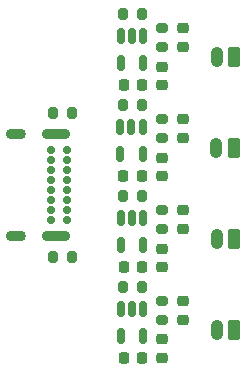
<source format=gts>
G04 #@! TF.GenerationSoftware,KiCad,Pcbnew,7.0.1*
G04 #@! TF.CreationDate,2024-03-07T21:27:50+09:00*
G04 #@! TF.ProjectId,MP2603-array,4d503236-3033-42d6-9172-7261792e6b69,rev?*
G04 #@! TF.SameCoordinates,PX94c5f00PY6bc3e40*
G04 #@! TF.FileFunction,Soldermask,Top*
G04 #@! TF.FilePolarity,Negative*
%FSLAX46Y46*%
G04 Gerber Fmt 4.6, Leading zero omitted, Abs format (unit mm)*
G04 Created by KiCad (PCBNEW 7.0.1) date 2024-03-07 21:27:50*
%MOMM*%
%LPD*%
G01*
G04 APERTURE LIST*
G04 Aperture macros list*
%AMRoundRect*
0 Rectangle with rounded corners*
0 $1 Rounding radius*
0 $2 $3 $4 $5 $6 $7 $8 $9 X,Y pos of 4 corners*
0 Add a 4 corners polygon primitive as box body*
4,1,4,$2,$3,$4,$5,$6,$7,$8,$9,$2,$3,0*
0 Add four circle primitives for the rounded corners*
1,1,$1+$1,$2,$3*
1,1,$1+$1,$4,$5*
1,1,$1+$1,$6,$7*
1,1,$1+$1,$8,$9*
0 Add four rect primitives between the rounded corners*
20,1,$1+$1,$2,$3,$4,$5,0*
20,1,$1+$1,$4,$5,$6,$7,0*
20,1,$1+$1,$6,$7,$8,$9,0*
20,1,$1+$1,$8,$9,$2,$3,0*%
G04 Aperture macros list end*
%ADD10RoundRect,0.225000X-0.250000X0.225000X-0.250000X-0.225000X0.250000X-0.225000X0.250000X0.225000X0*%
%ADD11RoundRect,0.200000X-0.200000X-0.275000X0.200000X-0.275000X0.200000X0.275000X-0.200000X0.275000X0*%
%ADD12RoundRect,0.218750X-0.256250X0.218750X-0.256250X-0.218750X0.256250X-0.218750X0.256250X0.218750X0*%
%ADD13RoundRect,0.200000X0.275000X-0.200000X0.275000X0.200000X-0.275000X0.200000X-0.275000X-0.200000X0*%
%ADD14RoundRect,0.225000X-0.225000X-0.250000X0.225000X-0.250000X0.225000X0.250000X-0.225000X0.250000X0*%
%ADD15RoundRect,0.250000X0.265000X0.615000X-0.265000X0.615000X-0.265000X-0.615000X0.265000X-0.615000X0*%
%ADD16O,1.030000X1.730000*%
%ADD17RoundRect,0.150000X-0.150000X0.512500X-0.150000X-0.512500X0.150000X-0.512500X0.150000X0.512500X0*%
%ADD18RoundRect,0.200000X0.200000X0.275000X-0.200000X0.275000X-0.200000X-0.275000X0.200000X-0.275000X0*%
%ADD19C,0.700000*%
%ADD20O,2.400000X0.900000*%
%ADD21O,1.700000X0.900000*%
G04 APERTURE END LIST*
D10*
X16725000Y18332538D03*
X16725000Y16782538D03*
D11*
X13425000Y30500000D03*
X15075000Y30500000D03*
D12*
X18500000Y13895038D03*
X18500000Y12320038D03*
D10*
X16750000Y2932538D03*
X16750000Y1382538D03*
D13*
X16750000Y27675000D03*
X16750000Y29325000D03*
D11*
X7475000Y9900000D03*
X9125000Y9900000D03*
X13425000Y7407538D03*
X15075000Y7407538D03*
D14*
X13475000Y24500000D03*
X15025000Y24500000D03*
D15*
X22850000Y3757538D03*
D16*
X21350000Y3757538D03*
D15*
X22850000Y26850000D03*
D16*
X21350000Y26850000D03*
D14*
X13475000Y1407538D03*
X15025000Y1407538D03*
D13*
X16750000Y12282538D03*
X16750000Y13932538D03*
D12*
X18500000Y6195038D03*
X18500000Y4620038D03*
D17*
X15125000Y28637500D03*
X14175000Y28637500D03*
X13225000Y28637500D03*
X13225000Y26362500D03*
X15125000Y26362500D03*
D13*
X16750000Y4582538D03*
X16750000Y6232538D03*
D15*
X22825000Y19157538D03*
D16*
X21325000Y19157538D03*
D14*
X13475000Y9107538D03*
X15025000Y9107538D03*
X13450000Y16807538D03*
X15000000Y16807538D03*
D13*
X16725000Y19982538D03*
X16725000Y21632538D03*
D15*
X22850000Y11457538D03*
D16*
X21350000Y11457538D03*
D12*
X18475000Y21595038D03*
X18475000Y20020038D03*
D17*
X15100000Y20945038D03*
X14150000Y20945038D03*
X13200000Y20945038D03*
X13200000Y18670038D03*
X15100000Y18670038D03*
D18*
X9125000Y22100000D03*
X7475000Y22100000D03*
D12*
X18500000Y29287500D03*
X18500000Y27712500D03*
D10*
X16750000Y10632538D03*
X16750000Y9082538D03*
D17*
X15125000Y13245038D03*
X14175000Y13245038D03*
X13225000Y13245038D03*
X13225000Y10970038D03*
X15125000Y10970038D03*
D19*
X8725000Y18975000D03*
X8725000Y18125000D03*
X8725000Y17275000D03*
X8725000Y16425000D03*
X8725000Y15575000D03*
X8725000Y14725000D03*
X8725000Y13875000D03*
X8725000Y13025000D03*
X7375000Y13025000D03*
X7375000Y13875000D03*
X7375000Y14725000D03*
X7375000Y15575000D03*
X7375000Y16425000D03*
X7375000Y17275000D03*
X7375000Y18125000D03*
X7375000Y18975000D03*
D20*
X7745000Y20325000D03*
D21*
X4365000Y20325000D03*
D20*
X7745000Y11675000D03*
D21*
X4365000Y11675000D03*
D10*
X16750000Y26025000D03*
X16750000Y24475000D03*
D11*
X13400000Y22807538D03*
X15050000Y22807538D03*
D17*
X15125000Y5545038D03*
X14175000Y5545038D03*
X13225000Y5545038D03*
X13225000Y3270038D03*
X15125000Y3270038D03*
D11*
X13425000Y15107538D03*
X15075000Y15107538D03*
M02*

</source>
